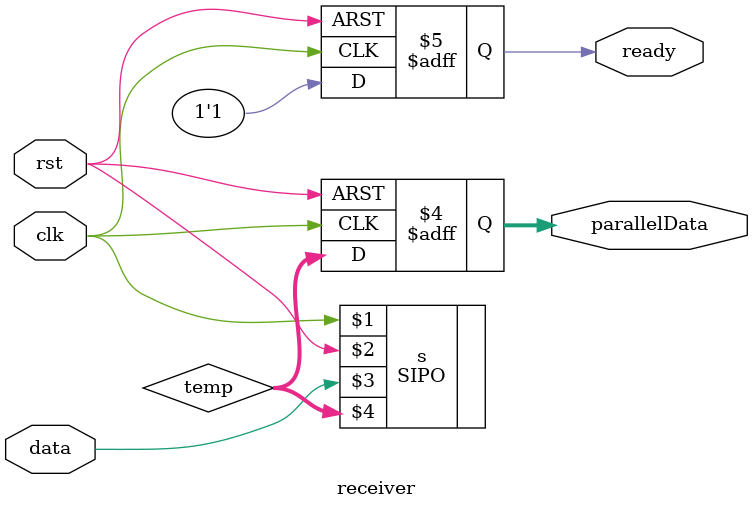
<source format=v>
`timescale 1ns / 1ps
module receiver(
    input clk,
    input rst,
    input data,
    output reg [7:0] parallelData,
    output reg ready
    );

initial 
begin
 
end
wire [7:0] temp;
SIPO s(clk,rst,data,temp);
always @(posedge clk, negedge rst)
begin
	if(!rst)
	begin
		ready = 0;
		parallelData = 0;
	end
	else
	begin 
		parallelData = temp;
		ready = 1;
	end
end
endmodule

</source>
